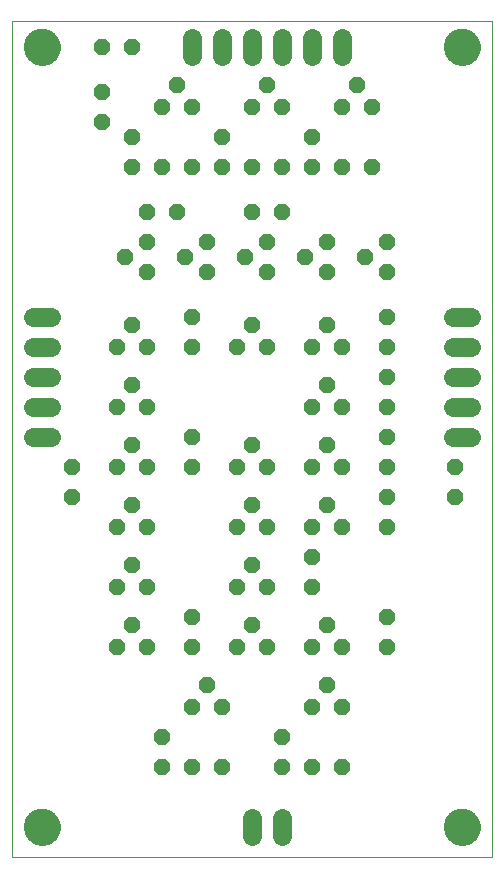
<source format=gbs>
G75*
%MOIN*%
%OFA0B0*%
%FSLAX25Y25*%
%IPPOS*%
%LPD*%
%AMOC8*
5,1,8,0,0,1.08239X$1,22.5*
%
%ADD10C,0.00000*%
%ADD11C,0.12211*%
%ADD12C,0.06400*%
%ADD13OC8,0.05600*%
D10*
X0001000Y0001000D02*
X0001000Y0279711D01*
X0160951Y0279711D01*
X0160951Y0001000D01*
X0001000Y0001000D01*
X0005094Y0011000D02*
X0005096Y0011153D01*
X0005102Y0011307D01*
X0005112Y0011460D01*
X0005126Y0011612D01*
X0005144Y0011765D01*
X0005166Y0011916D01*
X0005191Y0012067D01*
X0005221Y0012218D01*
X0005255Y0012368D01*
X0005292Y0012516D01*
X0005333Y0012664D01*
X0005378Y0012810D01*
X0005427Y0012956D01*
X0005480Y0013100D01*
X0005536Y0013242D01*
X0005596Y0013383D01*
X0005660Y0013523D01*
X0005727Y0013661D01*
X0005798Y0013797D01*
X0005873Y0013931D01*
X0005950Y0014063D01*
X0006032Y0014193D01*
X0006116Y0014321D01*
X0006204Y0014447D01*
X0006295Y0014570D01*
X0006389Y0014691D01*
X0006487Y0014809D01*
X0006587Y0014925D01*
X0006691Y0015038D01*
X0006797Y0015149D01*
X0006906Y0015257D01*
X0007018Y0015362D01*
X0007132Y0015463D01*
X0007250Y0015562D01*
X0007369Y0015658D01*
X0007491Y0015751D01*
X0007616Y0015840D01*
X0007743Y0015927D01*
X0007872Y0016009D01*
X0008003Y0016089D01*
X0008136Y0016165D01*
X0008271Y0016238D01*
X0008408Y0016307D01*
X0008547Y0016372D01*
X0008687Y0016434D01*
X0008829Y0016492D01*
X0008972Y0016547D01*
X0009117Y0016598D01*
X0009263Y0016645D01*
X0009410Y0016688D01*
X0009558Y0016727D01*
X0009707Y0016763D01*
X0009857Y0016794D01*
X0010008Y0016822D01*
X0010159Y0016846D01*
X0010312Y0016866D01*
X0010464Y0016882D01*
X0010617Y0016894D01*
X0010770Y0016902D01*
X0010923Y0016906D01*
X0011077Y0016906D01*
X0011230Y0016902D01*
X0011383Y0016894D01*
X0011536Y0016882D01*
X0011688Y0016866D01*
X0011841Y0016846D01*
X0011992Y0016822D01*
X0012143Y0016794D01*
X0012293Y0016763D01*
X0012442Y0016727D01*
X0012590Y0016688D01*
X0012737Y0016645D01*
X0012883Y0016598D01*
X0013028Y0016547D01*
X0013171Y0016492D01*
X0013313Y0016434D01*
X0013453Y0016372D01*
X0013592Y0016307D01*
X0013729Y0016238D01*
X0013864Y0016165D01*
X0013997Y0016089D01*
X0014128Y0016009D01*
X0014257Y0015927D01*
X0014384Y0015840D01*
X0014509Y0015751D01*
X0014631Y0015658D01*
X0014750Y0015562D01*
X0014868Y0015463D01*
X0014982Y0015362D01*
X0015094Y0015257D01*
X0015203Y0015149D01*
X0015309Y0015038D01*
X0015413Y0014925D01*
X0015513Y0014809D01*
X0015611Y0014691D01*
X0015705Y0014570D01*
X0015796Y0014447D01*
X0015884Y0014321D01*
X0015968Y0014193D01*
X0016050Y0014063D01*
X0016127Y0013931D01*
X0016202Y0013797D01*
X0016273Y0013661D01*
X0016340Y0013523D01*
X0016404Y0013383D01*
X0016464Y0013242D01*
X0016520Y0013100D01*
X0016573Y0012956D01*
X0016622Y0012810D01*
X0016667Y0012664D01*
X0016708Y0012516D01*
X0016745Y0012368D01*
X0016779Y0012218D01*
X0016809Y0012067D01*
X0016834Y0011916D01*
X0016856Y0011765D01*
X0016874Y0011612D01*
X0016888Y0011460D01*
X0016898Y0011307D01*
X0016904Y0011153D01*
X0016906Y0011000D01*
X0016904Y0010847D01*
X0016898Y0010693D01*
X0016888Y0010540D01*
X0016874Y0010388D01*
X0016856Y0010235D01*
X0016834Y0010084D01*
X0016809Y0009933D01*
X0016779Y0009782D01*
X0016745Y0009632D01*
X0016708Y0009484D01*
X0016667Y0009336D01*
X0016622Y0009190D01*
X0016573Y0009044D01*
X0016520Y0008900D01*
X0016464Y0008758D01*
X0016404Y0008617D01*
X0016340Y0008477D01*
X0016273Y0008339D01*
X0016202Y0008203D01*
X0016127Y0008069D01*
X0016050Y0007937D01*
X0015968Y0007807D01*
X0015884Y0007679D01*
X0015796Y0007553D01*
X0015705Y0007430D01*
X0015611Y0007309D01*
X0015513Y0007191D01*
X0015413Y0007075D01*
X0015309Y0006962D01*
X0015203Y0006851D01*
X0015094Y0006743D01*
X0014982Y0006638D01*
X0014868Y0006537D01*
X0014750Y0006438D01*
X0014631Y0006342D01*
X0014509Y0006249D01*
X0014384Y0006160D01*
X0014257Y0006073D01*
X0014128Y0005991D01*
X0013997Y0005911D01*
X0013864Y0005835D01*
X0013729Y0005762D01*
X0013592Y0005693D01*
X0013453Y0005628D01*
X0013313Y0005566D01*
X0013171Y0005508D01*
X0013028Y0005453D01*
X0012883Y0005402D01*
X0012737Y0005355D01*
X0012590Y0005312D01*
X0012442Y0005273D01*
X0012293Y0005237D01*
X0012143Y0005206D01*
X0011992Y0005178D01*
X0011841Y0005154D01*
X0011688Y0005134D01*
X0011536Y0005118D01*
X0011383Y0005106D01*
X0011230Y0005098D01*
X0011077Y0005094D01*
X0010923Y0005094D01*
X0010770Y0005098D01*
X0010617Y0005106D01*
X0010464Y0005118D01*
X0010312Y0005134D01*
X0010159Y0005154D01*
X0010008Y0005178D01*
X0009857Y0005206D01*
X0009707Y0005237D01*
X0009558Y0005273D01*
X0009410Y0005312D01*
X0009263Y0005355D01*
X0009117Y0005402D01*
X0008972Y0005453D01*
X0008829Y0005508D01*
X0008687Y0005566D01*
X0008547Y0005628D01*
X0008408Y0005693D01*
X0008271Y0005762D01*
X0008136Y0005835D01*
X0008003Y0005911D01*
X0007872Y0005991D01*
X0007743Y0006073D01*
X0007616Y0006160D01*
X0007491Y0006249D01*
X0007369Y0006342D01*
X0007250Y0006438D01*
X0007132Y0006537D01*
X0007018Y0006638D01*
X0006906Y0006743D01*
X0006797Y0006851D01*
X0006691Y0006962D01*
X0006587Y0007075D01*
X0006487Y0007191D01*
X0006389Y0007309D01*
X0006295Y0007430D01*
X0006204Y0007553D01*
X0006116Y0007679D01*
X0006032Y0007807D01*
X0005950Y0007937D01*
X0005873Y0008069D01*
X0005798Y0008203D01*
X0005727Y0008339D01*
X0005660Y0008477D01*
X0005596Y0008617D01*
X0005536Y0008758D01*
X0005480Y0008900D01*
X0005427Y0009044D01*
X0005378Y0009190D01*
X0005333Y0009336D01*
X0005292Y0009484D01*
X0005255Y0009632D01*
X0005221Y0009782D01*
X0005191Y0009933D01*
X0005166Y0010084D01*
X0005144Y0010235D01*
X0005126Y0010388D01*
X0005112Y0010540D01*
X0005102Y0010693D01*
X0005096Y0010847D01*
X0005094Y0011000D01*
X0145094Y0011000D02*
X0145096Y0011153D01*
X0145102Y0011307D01*
X0145112Y0011460D01*
X0145126Y0011612D01*
X0145144Y0011765D01*
X0145166Y0011916D01*
X0145191Y0012067D01*
X0145221Y0012218D01*
X0145255Y0012368D01*
X0145292Y0012516D01*
X0145333Y0012664D01*
X0145378Y0012810D01*
X0145427Y0012956D01*
X0145480Y0013100D01*
X0145536Y0013242D01*
X0145596Y0013383D01*
X0145660Y0013523D01*
X0145727Y0013661D01*
X0145798Y0013797D01*
X0145873Y0013931D01*
X0145950Y0014063D01*
X0146032Y0014193D01*
X0146116Y0014321D01*
X0146204Y0014447D01*
X0146295Y0014570D01*
X0146389Y0014691D01*
X0146487Y0014809D01*
X0146587Y0014925D01*
X0146691Y0015038D01*
X0146797Y0015149D01*
X0146906Y0015257D01*
X0147018Y0015362D01*
X0147132Y0015463D01*
X0147250Y0015562D01*
X0147369Y0015658D01*
X0147491Y0015751D01*
X0147616Y0015840D01*
X0147743Y0015927D01*
X0147872Y0016009D01*
X0148003Y0016089D01*
X0148136Y0016165D01*
X0148271Y0016238D01*
X0148408Y0016307D01*
X0148547Y0016372D01*
X0148687Y0016434D01*
X0148829Y0016492D01*
X0148972Y0016547D01*
X0149117Y0016598D01*
X0149263Y0016645D01*
X0149410Y0016688D01*
X0149558Y0016727D01*
X0149707Y0016763D01*
X0149857Y0016794D01*
X0150008Y0016822D01*
X0150159Y0016846D01*
X0150312Y0016866D01*
X0150464Y0016882D01*
X0150617Y0016894D01*
X0150770Y0016902D01*
X0150923Y0016906D01*
X0151077Y0016906D01*
X0151230Y0016902D01*
X0151383Y0016894D01*
X0151536Y0016882D01*
X0151688Y0016866D01*
X0151841Y0016846D01*
X0151992Y0016822D01*
X0152143Y0016794D01*
X0152293Y0016763D01*
X0152442Y0016727D01*
X0152590Y0016688D01*
X0152737Y0016645D01*
X0152883Y0016598D01*
X0153028Y0016547D01*
X0153171Y0016492D01*
X0153313Y0016434D01*
X0153453Y0016372D01*
X0153592Y0016307D01*
X0153729Y0016238D01*
X0153864Y0016165D01*
X0153997Y0016089D01*
X0154128Y0016009D01*
X0154257Y0015927D01*
X0154384Y0015840D01*
X0154509Y0015751D01*
X0154631Y0015658D01*
X0154750Y0015562D01*
X0154868Y0015463D01*
X0154982Y0015362D01*
X0155094Y0015257D01*
X0155203Y0015149D01*
X0155309Y0015038D01*
X0155413Y0014925D01*
X0155513Y0014809D01*
X0155611Y0014691D01*
X0155705Y0014570D01*
X0155796Y0014447D01*
X0155884Y0014321D01*
X0155968Y0014193D01*
X0156050Y0014063D01*
X0156127Y0013931D01*
X0156202Y0013797D01*
X0156273Y0013661D01*
X0156340Y0013523D01*
X0156404Y0013383D01*
X0156464Y0013242D01*
X0156520Y0013100D01*
X0156573Y0012956D01*
X0156622Y0012810D01*
X0156667Y0012664D01*
X0156708Y0012516D01*
X0156745Y0012368D01*
X0156779Y0012218D01*
X0156809Y0012067D01*
X0156834Y0011916D01*
X0156856Y0011765D01*
X0156874Y0011612D01*
X0156888Y0011460D01*
X0156898Y0011307D01*
X0156904Y0011153D01*
X0156906Y0011000D01*
X0156904Y0010847D01*
X0156898Y0010693D01*
X0156888Y0010540D01*
X0156874Y0010388D01*
X0156856Y0010235D01*
X0156834Y0010084D01*
X0156809Y0009933D01*
X0156779Y0009782D01*
X0156745Y0009632D01*
X0156708Y0009484D01*
X0156667Y0009336D01*
X0156622Y0009190D01*
X0156573Y0009044D01*
X0156520Y0008900D01*
X0156464Y0008758D01*
X0156404Y0008617D01*
X0156340Y0008477D01*
X0156273Y0008339D01*
X0156202Y0008203D01*
X0156127Y0008069D01*
X0156050Y0007937D01*
X0155968Y0007807D01*
X0155884Y0007679D01*
X0155796Y0007553D01*
X0155705Y0007430D01*
X0155611Y0007309D01*
X0155513Y0007191D01*
X0155413Y0007075D01*
X0155309Y0006962D01*
X0155203Y0006851D01*
X0155094Y0006743D01*
X0154982Y0006638D01*
X0154868Y0006537D01*
X0154750Y0006438D01*
X0154631Y0006342D01*
X0154509Y0006249D01*
X0154384Y0006160D01*
X0154257Y0006073D01*
X0154128Y0005991D01*
X0153997Y0005911D01*
X0153864Y0005835D01*
X0153729Y0005762D01*
X0153592Y0005693D01*
X0153453Y0005628D01*
X0153313Y0005566D01*
X0153171Y0005508D01*
X0153028Y0005453D01*
X0152883Y0005402D01*
X0152737Y0005355D01*
X0152590Y0005312D01*
X0152442Y0005273D01*
X0152293Y0005237D01*
X0152143Y0005206D01*
X0151992Y0005178D01*
X0151841Y0005154D01*
X0151688Y0005134D01*
X0151536Y0005118D01*
X0151383Y0005106D01*
X0151230Y0005098D01*
X0151077Y0005094D01*
X0150923Y0005094D01*
X0150770Y0005098D01*
X0150617Y0005106D01*
X0150464Y0005118D01*
X0150312Y0005134D01*
X0150159Y0005154D01*
X0150008Y0005178D01*
X0149857Y0005206D01*
X0149707Y0005237D01*
X0149558Y0005273D01*
X0149410Y0005312D01*
X0149263Y0005355D01*
X0149117Y0005402D01*
X0148972Y0005453D01*
X0148829Y0005508D01*
X0148687Y0005566D01*
X0148547Y0005628D01*
X0148408Y0005693D01*
X0148271Y0005762D01*
X0148136Y0005835D01*
X0148003Y0005911D01*
X0147872Y0005991D01*
X0147743Y0006073D01*
X0147616Y0006160D01*
X0147491Y0006249D01*
X0147369Y0006342D01*
X0147250Y0006438D01*
X0147132Y0006537D01*
X0147018Y0006638D01*
X0146906Y0006743D01*
X0146797Y0006851D01*
X0146691Y0006962D01*
X0146587Y0007075D01*
X0146487Y0007191D01*
X0146389Y0007309D01*
X0146295Y0007430D01*
X0146204Y0007553D01*
X0146116Y0007679D01*
X0146032Y0007807D01*
X0145950Y0007937D01*
X0145873Y0008069D01*
X0145798Y0008203D01*
X0145727Y0008339D01*
X0145660Y0008477D01*
X0145596Y0008617D01*
X0145536Y0008758D01*
X0145480Y0008900D01*
X0145427Y0009044D01*
X0145378Y0009190D01*
X0145333Y0009336D01*
X0145292Y0009484D01*
X0145255Y0009632D01*
X0145221Y0009782D01*
X0145191Y0009933D01*
X0145166Y0010084D01*
X0145144Y0010235D01*
X0145126Y0010388D01*
X0145112Y0010540D01*
X0145102Y0010693D01*
X0145096Y0010847D01*
X0145094Y0011000D01*
X0145094Y0271000D02*
X0145096Y0271153D01*
X0145102Y0271307D01*
X0145112Y0271460D01*
X0145126Y0271612D01*
X0145144Y0271765D01*
X0145166Y0271916D01*
X0145191Y0272067D01*
X0145221Y0272218D01*
X0145255Y0272368D01*
X0145292Y0272516D01*
X0145333Y0272664D01*
X0145378Y0272810D01*
X0145427Y0272956D01*
X0145480Y0273100D01*
X0145536Y0273242D01*
X0145596Y0273383D01*
X0145660Y0273523D01*
X0145727Y0273661D01*
X0145798Y0273797D01*
X0145873Y0273931D01*
X0145950Y0274063D01*
X0146032Y0274193D01*
X0146116Y0274321D01*
X0146204Y0274447D01*
X0146295Y0274570D01*
X0146389Y0274691D01*
X0146487Y0274809D01*
X0146587Y0274925D01*
X0146691Y0275038D01*
X0146797Y0275149D01*
X0146906Y0275257D01*
X0147018Y0275362D01*
X0147132Y0275463D01*
X0147250Y0275562D01*
X0147369Y0275658D01*
X0147491Y0275751D01*
X0147616Y0275840D01*
X0147743Y0275927D01*
X0147872Y0276009D01*
X0148003Y0276089D01*
X0148136Y0276165D01*
X0148271Y0276238D01*
X0148408Y0276307D01*
X0148547Y0276372D01*
X0148687Y0276434D01*
X0148829Y0276492D01*
X0148972Y0276547D01*
X0149117Y0276598D01*
X0149263Y0276645D01*
X0149410Y0276688D01*
X0149558Y0276727D01*
X0149707Y0276763D01*
X0149857Y0276794D01*
X0150008Y0276822D01*
X0150159Y0276846D01*
X0150312Y0276866D01*
X0150464Y0276882D01*
X0150617Y0276894D01*
X0150770Y0276902D01*
X0150923Y0276906D01*
X0151077Y0276906D01*
X0151230Y0276902D01*
X0151383Y0276894D01*
X0151536Y0276882D01*
X0151688Y0276866D01*
X0151841Y0276846D01*
X0151992Y0276822D01*
X0152143Y0276794D01*
X0152293Y0276763D01*
X0152442Y0276727D01*
X0152590Y0276688D01*
X0152737Y0276645D01*
X0152883Y0276598D01*
X0153028Y0276547D01*
X0153171Y0276492D01*
X0153313Y0276434D01*
X0153453Y0276372D01*
X0153592Y0276307D01*
X0153729Y0276238D01*
X0153864Y0276165D01*
X0153997Y0276089D01*
X0154128Y0276009D01*
X0154257Y0275927D01*
X0154384Y0275840D01*
X0154509Y0275751D01*
X0154631Y0275658D01*
X0154750Y0275562D01*
X0154868Y0275463D01*
X0154982Y0275362D01*
X0155094Y0275257D01*
X0155203Y0275149D01*
X0155309Y0275038D01*
X0155413Y0274925D01*
X0155513Y0274809D01*
X0155611Y0274691D01*
X0155705Y0274570D01*
X0155796Y0274447D01*
X0155884Y0274321D01*
X0155968Y0274193D01*
X0156050Y0274063D01*
X0156127Y0273931D01*
X0156202Y0273797D01*
X0156273Y0273661D01*
X0156340Y0273523D01*
X0156404Y0273383D01*
X0156464Y0273242D01*
X0156520Y0273100D01*
X0156573Y0272956D01*
X0156622Y0272810D01*
X0156667Y0272664D01*
X0156708Y0272516D01*
X0156745Y0272368D01*
X0156779Y0272218D01*
X0156809Y0272067D01*
X0156834Y0271916D01*
X0156856Y0271765D01*
X0156874Y0271612D01*
X0156888Y0271460D01*
X0156898Y0271307D01*
X0156904Y0271153D01*
X0156906Y0271000D01*
X0156904Y0270847D01*
X0156898Y0270693D01*
X0156888Y0270540D01*
X0156874Y0270388D01*
X0156856Y0270235D01*
X0156834Y0270084D01*
X0156809Y0269933D01*
X0156779Y0269782D01*
X0156745Y0269632D01*
X0156708Y0269484D01*
X0156667Y0269336D01*
X0156622Y0269190D01*
X0156573Y0269044D01*
X0156520Y0268900D01*
X0156464Y0268758D01*
X0156404Y0268617D01*
X0156340Y0268477D01*
X0156273Y0268339D01*
X0156202Y0268203D01*
X0156127Y0268069D01*
X0156050Y0267937D01*
X0155968Y0267807D01*
X0155884Y0267679D01*
X0155796Y0267553D01*
X0155705Y0267430D01*
X0155611Y0267309D01*
X0155513Y0267191D01*
X0155413Y0267075D01*
X0155309Y0266962D01*
X0155203Y0266851D01*
X0155094Y0266743D01*
X0154982Y0266638D01*
X0154868Y0266537D01*
X0154750Y0266438D01*
X0154631Y0266342D01*
X0154509Y0266249D01*
X0154384Y0266160D01*
X0154257Y0266073D01*
X0154128Y0265991D01*
X0153997Y0265911D01*
X0153864Y0265835D01*
X0153729Y0265762D01*
X0153592Y0265693D01*
X0153453Y0265628D01*
X0153313Y0265566D01*
X0153171Y0265508D01*
X0153028Y0265453D01*
X0152883Y0265402D01*
X0152737Y0265355D01*
X0152590Y0265312D01*
X0152442Y0265273D01*
X0152293Y0265237D01*
X0152143Y0265206D01*
X0151992Y0265178D01*
X0151841Y0265154D01*
X0151688Y0265134D01*
X0151536Y0265118D01*
X0151383Y0265106D01*
X0151230Y0265098D01*
X0151077Y0265094D01*
X0150923Y0265094D01*
X0150770Y0265098D01*
X0150617Y0265106D01*
X0150464Y0265118D01*
X0150312Y0265134D01*
X0150159Y0265154D01*
X0150008Y0265178D01*
X0149857Y0265206D01*
X0149707Y0265237D01*
X0149558Y0265273D01*
X0149410Y0265312D01*
X0149263Y0265355D01*
X0149117Y0265402D01*
X0148972Y0265453D01*
X0148829Y0265508D01*
X0148687Y0265566D01*
X0148547Y0265628D01*
X0148408Y0265693D01*
X0148271Y0265762D01*
X0148136Y0265835D01*
X0148003Y0265911D01*
X0147872Y0265991D01*
X0147743Y0266073D01*
X0147616Y0266160D01*
X0147491Y0266249D01*
X0147369Y0266342D01*
X0147250Y0266438D01*
X0147132Y0266537D01*
X0147018Y0266638D01*
X0146906Y0266743D01*
X0146797Y0266851D01*
X0146691Y0266962D01*
X0146587Y0267075D01*
X0146487Y0267191D01*
X0146389Y0267309D01*
X0146295Y0267430D01*
X0146204Y0267553D01*
X0146116Y0267679D01*
X0146032Y0267807D01*
X0145950Y0267937D01*
X0145873Y0268069D01*
X0145798Y0268203D01*
X0145727Y0268339D01*
X0145660Y0268477D01*
X0145596Y0268617D01*
X0145536Y0268758D01*
X0145480Y0268900D01*
X0145427Y0269044D01*
X0145378Y0269190D01*
X0145333Y0269336D01*
X0145292Y0269484D01*
X0145255Y0269632D01*
X0145221Y0269782D01*
X0145191Y0269933D01*
X0145166Y0270084D01*
X0145144Y0270235D01*
X0145126Y0270388D01*
X0145112Y0270540D01*
X0145102Y0270693D01*
X0145096Y0270847D01*
X0145094Y0271000D01*
X0005094Y0271000D02*
X0005096Y0271153D01*
X0005102Y0271307D01*
X0005112Y0271460D01*
X0005126Y0271612D01*
X0005144Y0271765D01*
X0005166Y0271916D01*
X0005191Y0272067D01*
X0005221Y0272218D01*
X0005255Y0272368D01*
X0005292Y0272516D01*
X0005333Y0272664D01*
X0005378Y0272810D01*
X0005427Y0272956D01*
X0005480Y0273100D01*
X0005536Y0273242D01*
X0005596Y0273383D01*
X0005660Y0273523D01*
X0005727Y0273661D01*
X0005798Y0273797D01*
X0005873Y0273931D01*
X0005950Y0274063D01*
X0006032Y0274193D01*
X0006116Y0274321D01*
X0006204Y0274447D01*
X0006295Y0274570D01*
X0006389Y0274691D01*
X0006487Y0274809D01*
X0006587Y0274925D01*
X0006691Y0275038D01*
X0006797Y0275149D01*
X0006906Y0275257D01*
X0007018Y0275362D01*
X0007132Y0275463D01*
X0007250Y0275562D01*
X0007369Y0275658D01*
X0007491Y0275751D01*
X0007616Y0275840D01*
X0007743Y0275927D01*
X0007872Y0276009D01*
X0008003Y0276089D01*
X0008136Y0276165D01*
X0008271Y0276238D01*
X0008408Y0276307D01*
X0008547Y0276372D01*
X0008687Y0276434D01*
X0008829Y0276492D01*
X0008972Y0276547D01*
X0009117Y0276598D01*
X0009263Y0276645D01*
X0009410Y0276688D01*
X0009558Y0276727D01*
X0009707Y0276763D01*
X0009857Y0276794D01*
X0010008Y0276822D01*
X0010159Y0276846D01*
X0010312Y0276866D01*
X0010464Y0276882D01*
X0010617Y0276894D01*
X0010770Y0276902D01*
X0010923Y0276906D01*
X0011077Y0276906D01*
X0011230Y0276902D01*
X0011383Y0276894D01*
X0011536Y0276882D01*
X0011688Y0276866D01*
X0011841Y0276846D01*
X0011992Y0276822D01*
X0012143Y0276794D01*
X0012293Y0276763D01*
X0012442Y0276727D01*
X0012590Y0276688D01*
X0012737Y0276645D01*
X0012883Y0276598D01*
X0013028Y0276547D01*
X0013171Y0276492D01*
X0013313Y0276434D01*
X0013453Y0276372D01*
X0013592Y0276307D01*
X0013729Y0276238D01*
X0013864Y0276165D01*
X0013997Y0276089D01*
X0014128Y0276009D01*
X0014257Y0275927D01*
X0014384Y0275840D01*
X0014509Y0275751D01*
X0014631Y0275658D01*
X0014750Y0275562D01*
X0014868Y0275463D01*
X0014982Y0275362D01*
X0015094Y0275257D01*
X0015203Y0275149D01*
X0015309Y0275038D01*
X0015413Y0274925D01*
X0015513Y0274809D01*
X0015611Y0274691D01*
X0015705Y0274570D01*
X0015796Y0274447D01*
X0015884Y0274321D01*
X0015968Y0274193D01*
X0016050Y0274063D01*
X0016127Y0273931D01*
X0016202Y0273797D01*
X0016273Y0273661D01*
X0016340Y0273523D01*
X0016404Y0273383D01*
X0016464Y0273242D01*
X0016520Y0273100D01*
X0016573Y0272956D01*
X0016622Y0272810D01*
X0016667Y0272664D01*
X0016708Y0272516D01*
X0016745Y0272368D01*
X0016779Y0272218D01*
X0016809Y0272067D01*
X0016834Y0271916D01*
X0016856Y0271765D01*
X0016874Y0271612D01*
X0016888Y0271460D01*
X0016898Y0271307D01*
X0016904Y0271153D01*
X0016906Y0271000D01*
X0016904Y0270847D01*
X0016898Y0270693D01*
X0016888Y0270540D01*
X0016874Y0270388D01*
X0016856Y0270235D01*
X0016834Y0270084D01*
X0016809Y0269933D01*
X0016779Y0269782D01*
X0016745Y0269632D01*
X0016708Y0269484D01*
X0016667Y0269336D01*
X0016622Y0269190D01*
X0016573Y0269044D01*
X0016520Y0268900D01*
X0016464Y0268758D01*
X0016404Y0268617D01*
X0016340Y0268477D01*
X0016273Y0268339D01*
X0016202Y0268203D01*
X0016127Y0268069D01*
X0016050Y0267937D01*
X0015968Y0267807D01*
X0015884Y0267679D01*
X0015796Y0267553D01*
X0015705Y0267430D01*
X0015611Y0267309D01*
X0015513Y0267191D01*
X0015413Y0267075D01*
X0015309Y0266962D01*
X0015203Y0266851D01*
X0015094Y0266743D01*
X0014982Y0266638D01*
X0014868Y0266537D01*
X0014750Y0266438D01*
X0014631Y0266342D01*
X0014509Y0266249D01*
X0014384Y0266160D01*
X0014257Y0266073D01*
X0014128Y0265991D01*
X0013997Y0265911D01*
X0013864Y0265835D01*
X0013729Y0265762D01*
X0013592Y0265693D01*
X0013453Y0265628D01*
X0013313Y0265566D01*
X0013171Y0265508D01*
X0013028Y0265453D01*
X0012883Y0265402D01*
X0012737Y0265355D01*
X0012590Y0265312D01*
X0012442Y0265273D01*
X0012293Y0265237D01*
X0012143Y0265206D01*
X0011992Y0265178D01*
X0011841Y0265154D01*
X0011688Y0265134D01*
X0011536Y0265118D01*
X0011383Y0265106D01*
X0011230Y0265098D01*
X0011077Y0265094D01*
X0010923Y0265094D01*
X0010770Y0265098D01*
X0010617Y0265106D01*
X0010464Y0265118D01*
X0010312Y0265134D01*
X0010159Y0265154D01*
X0010008Y0265178D01*
X0009857Y0265206D01*
X0009707Y0265237D01*
X0009558Y0265273D01*
X0009410Y0265312D01*
X0009263Y0265355D01*
X0009117Y0265402D01*
X0008972Y0265453D01*
X0008829Y0265508D01*
X0008687Y0265566D01*
X0008547Y0265628D01*
X0008408Y0265693D01*
X0008271Y0265762D01*
X0008136Y0265835D01*
X0008003Y0265911D01*
X0007872Y0265991D01*
X0007743Y0266073D01*
X0007616Y0266160D01*
X0007491Y0266249D01*
X0007369Y0266342D01*
X0007250Y0266438D01*
X0007132Y0266537D01*
X0007018Y0266638D01*
X0006906Y0266743D01*
X0006797Y0266851D01*
X0006691Y0266962D01*
X0006587Y0267075D01*
X0006487Y0267191D01*
X0006389Y0267309D01*
X0006295Y0267430D01*
X0006204Y0267553D01*
X0006116Y0267679D01*
X0006032Y0267807D01*
X0005950Y0267937D01*
X0005873Y0268069D01*
X0005798Y0268203D01*
X0005727Y0268339D01*
X0005660Y0268477D01*
X0005596Y0268617D01*
X0005536Y0268758D01*
X0005480Y0268900D01*
X0005427Y0269044D01*
X0005378Y0269190D01*
X0005333Y0269336D01*
X0005292Y0269484D01*
X0005255Y0269632D01*
X0005221Y0269782D01*
X0005191Y0269933D01*
X0005166Y0270084D01*
X0005144Y0270235D01*
X0005126Y0270388D01*
X0005112Y0270540D01*
X0005102Y0270693D01*
X0005096Y0270847D01*
X0005094Y0271000D01*
D11*
X0011000Y0271000D03*
X0151000Y0271000D03*
X0151000Y0011000D03*
X0011000Y0011000D03*
D12*
X0081000Y0014000D02*
X0081000Y0008000D01*
X0091000Y0008000D02*
X0091000Y0014000D01*
X0148000Y0141000D02*
X0154000Y0141000D01*
X0154000Y0151000D02*
X0148000Y0151000D01*
X0148000Y0161000D02*
X0154000Y0161000D01*
X0154000Y0171000D02*
X0148000Y0171000D01*
X0148000Y0181000D02*
X0154000Y0181000D01*
X0111000Y0268000D02*
X0111000Y0274000D01*
X0101000Y0274000D02*
X0101000Y0268000D01*
X0091000Y0268000D02*
X0091000Y0274000D01*
X0081000Y0274000D02*
X0081000Y0268000D01*
X0071000Y0268000D02*
X0071000Y0274000D01*
X0061000Y0274000D02*
X0061000Y0268000D01*
X0014000Y0181000D02*
X0008000Y0181000D01*
X0008000Y0171000D02*
X0014000Y0171000D01*
X0014000Y0161000D02*
X0008000Y0161000D01*
X0008000Y0151000D02*
X0014000Y0151000D01*
X0014000Y0141000D02*
X0008000Y0141000D01*
D13*
X0021000Y0131000D03*
X0021000Y0121000D03*
X0036000Y0111000D03*
X0041000Y0118500D03*
X0046000Y0111000D03*
X0041000Y0098500D03*
X0036000Y0091000D03*
X0041000Y0078500D03*
X0036000Y0071000D03*
X0046000Y0071000D03*
X0046000Y0091000D03*
X0061000Y0081000D03*
X0061000Y0071000D03*
X0066000Y0058500D03*
X0061000Y0051000D03*
X0071000Y0051000D03*
X0071000Y0031000D03*
X0061000Y0031000D03*
X0051000Y0031000D03*
X0051000Y0041000D03*
X0076000Y0071000D03*
X0081000Y0078500D03*
X0086000Y0071000D03*
X0086000Y0091000D03*
X0081000Y0098500D03*
X0076000Y0091000D03*
X0076000Y0111000D03*
X0081000Y0118500D03*
X0086000Y0111000D03*
X0086000Y0131000D03*
X0081000Y0138500D03*
X0076000Y0131000D03*
X0061000Y0131000D03*
X0061000Y0141000D03*
X0046000Y0131000D03*
X0041000Y0138500D03*
X0036000Y0131000D03*
X0036000Y0151000D03*
X0041000Y0158500D03*
X0046000Y0151000D03*
X0046000Y0171000D03*
X0041000Y0178500D03*
X0036000Y0171000D03*
X0046000Y0196000D03*
X0038500Y0201000D03*
X0046000Y0206000D03*
X0046000Y0216000D03*
X0056000Y0216000D03*
X0058500Y0201000D03*
X0066000Y0196000D03*
X0066000Y0206000D03*
X0078500Y0201000D03*
X0086000Y0196000D03*
X0086000Y0206000D03*
X0081000Y0216000D03*
X0091000Y0216000D03*
X0098500Y0201000D03*
X0106000Y0196000D03*
X0106000Y0206000D03*
X0118500Y0201000D03*
X0126000Y0196000D03*
X0126000Y0206000D03*
X0126000Y0181000D03*
X0126000Y0171000D03*
X0126000Y0161000D03*
X0126000Y0151000D03*
X0126000Y0141000D03*
X0126000Y0131000D03*
X0126000Y0121000D03*
X0126000Y0111000D03*
X0111000Y0111000D03*
X0106000Y0118500D03*
X0101000Y0111000D03*
X0101000Y0101000D03*
X0101000Y0091000D03*
X0106000Y0078500D03*
X0101000Y0071000D03*
X0106000Y0058500D03*
X0101000Y0051000D03*
X0111000Y0051000D03*
X0111000Y0031000D03*
X0101000Y0031000D03*
X0091000Y0031000D03*
X0091000Y0041000D03*
X0111000Y0071000D03*
X0126000Y0071000D03*
X0126000Y0081000D03*
X0148500Y0121000D03*
X0148500Y0131000D03*
X0111000Y0131000D03*
X0106000Y0138500D03*
X0101000Y0131000D03*
X0101000Y0151000D03*
X0106000Y0158500D03*
X0111000Y0151000D03*
X0111000Y0171000D03*
X0106000Y0178500D03*
X0101000Y0171000D03*
X0086000Y0171000D03*
X0081000Y0178500D03*
X0076000Y0171000D03*
X0061000Y0171000D03*
X0061000Y0181000D03*
X0061000Y0231000D03*
X0051000Y0231000D03*
X0041000Y0231000D03*
X0041000Y0241000D03*
X0031000Y0246000D03*
X0031000Y0256000D03*
X0031000Y0271000D03*
X0041000Y0271000D03*
X0051000Y0251000D03*
X0056000Y0258500D03*
X0061000Y0251000D03*
X0071000Y0241000D03*
X0071000Y0231000D03*
X0081000Y0231000D03*
X0091000Y0231000D03*
X0101000Y0231000D03*
X0101000Y0241000D03*
X0111000Y0231000D03*
X0121000Y0231000D03*
X0121000Y0251000D03*
X0116000Y0258500D03*
X0111000Y0251000D03*
X0091000Y0251000D03*
X0086000Y0258500D03*
X0081000Y0251000D03*
M02*

</source>
